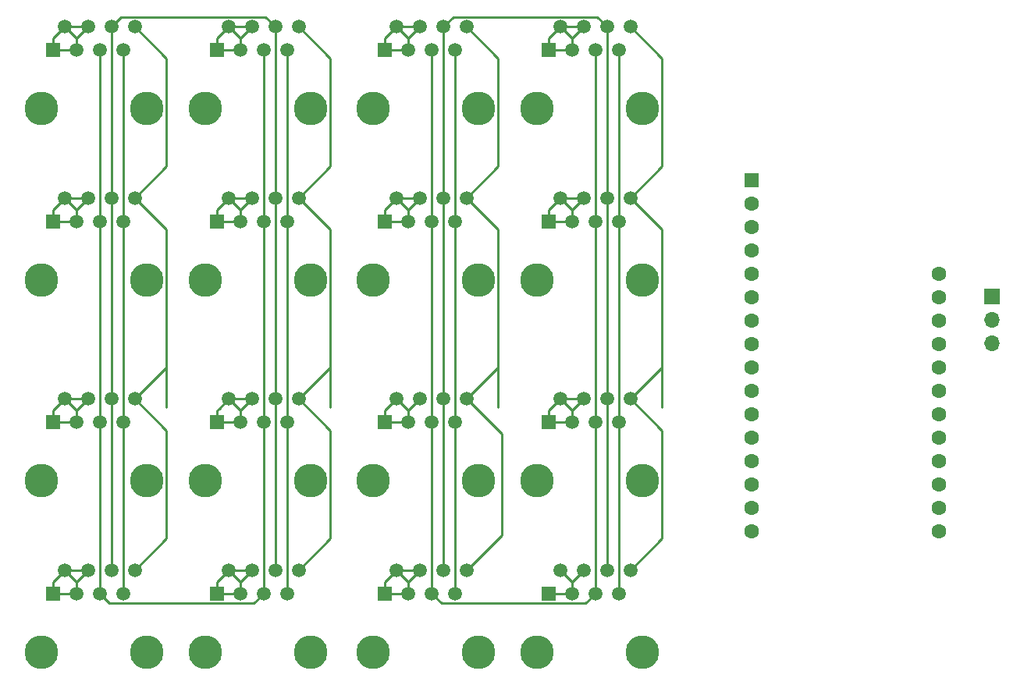
<source format=gbr>
%TF.GenerationSoftware,KiCad,Pcbnew,7.0.10*%
%TF.CreationDate,2024-02-05T14:26:27-07:00*%
%TF.ProjectId,pcbdraft-1,70636264-7261-4667-942d-312e6b696361,rev?*%
%TF.SameCoordinates,Original*%
%TF.FileFunction,Copper,L2,Bot*%
%TF.FilePolarity,Positive*%
%FSLAX46Y46*%
G04 Gerber Fmt 4.6, Leading zero omitted, Abs format (unit mm)*
G04 Created by KiCad (PCBNEW 7.0.10) date 2024-02-05 14:26:27*
%MOMM*%
%LPD*%
G01*
G04 APERTURE LIST*
%TA.AperFunction,ComponentPad*%
%ADD10R,1.700000X1.700000*%
%TD*%
%TA.AperFunction,ComponentPad*%
%ADD11O,1.700000X1.700000*%
%TD*%
%TA.AperFunction,WasherPad*%
%ADD12C,3.650000*%
%TD*%
%TA.AperFunction,ComponentPad*%
%ADD13R,1.500000X1.500000*%
%TD*%
%TA.AperFunction,ComponentPad*%
%ADD14C,1.500000*%
%TD*%
%TA.AperFunction,ComponentPad*%
%ADD15R,1.600000X1.600000*%
%TD*%
%TA.AperFunction,ComponentPad*%
%ADD16C,1.600000*%
%TD*%
%TA.AperFunction,Conductor*%
%ADD17C,0.250000*%
%TD*%
G04 APERTURE END LIST*
D10*
%TO.P,SW1,1,A*%
%TO.N,Net-(A1-EN)*%
X172720000Y-56388000D03*
D11*
%TO.P,SW1,2,B*%
%TO.N,Net-(A1-GND)*%
X172720000Y-58928000D03*
%TO.P,SW1,3,C*%
X172720000Y-61468000D03*
%TD*%
D12*
%TO.P,J14,*%
%TO.N,*%
X105603000Y-94996000D03*
X117033000Y-94996000D03*
D13*
%TO.P,J14,1*%
%TO.N,Net-(A1-SCL)*%
X106873000Y-88646000D03*
D14*
%TO.P,J14,2*%
X108143000Y-86106000D03*
%TO.P,J14,3*%
X109413000Y-88646000D03*
%TO.P,J14,4*%
X110683000Y-86106000D03*
%TO.P,J14,5*%
%TO.N,Net-(A1-TX)*%
X111953000Y-88646000D03*
%TO.P,J14,6*%
%TO.N,Net-(A1-A2)*%
X113223000Y-86106000D03*
%TO.P,J14,7*%
%TO.N,Net-(A1-SDA)*%
X114493000Y-88646000D03*
%TO.P,J14,8*%
%TO.N,Net-(A1-A3)*%
X115763000Y-86106000D03*
%TD*%
D12*
%TO.P,J3,*%
%TO.N,*%
X87386000Y-36060000D03*
X98816000Y-36060000D03*
D13*
%TO.P,J3,1*%
%TO.N,Net-(A1-MOSI)*%
X88656000Y-29710000D03*
D14*
%TO.P,J3,2*%
X89926000Y-27170000D03*
%TO.P,J3,3*%
X91196000Y-29710000D03*
%TO.P,J3,4*%
X92466000Y-27170000D03*
%TO.P,J3,5*%
%TO.N,Net-(A1-MISO)*%
X93736000Y-29710000D03*
%TO.P,J3,6*%
%TO.N,Net-(A1-A0)*%
X95006000Y-27170000D03*
%TO.P,J3,7*%
%TO.N,Net-(A1-RX)*%
X96276000Y-29710000D03*
%TO.P,J3,8*%
%TO.N,Net-(A1-A1)*%
X97546000Y-27170000D03*
%TD*%
D15*
%TO.P,A1,1,~{RESET}*%
%TO.N,unconnected-(A1-~{RESET}-Pad1)*%
X146685000Y-43815000D03*
D16*
%TO.P,A1,2,3V3*%
%TO.N,unconnected-(A1-3V3-Pad2)*%
X146685000Y-46355000D03*
%TO.P,A1,3,AREF*%
%TO.N,unconnected-(A1-AREF-Pad3)*%
X146685000Y-48895000D03*
%TO.P,A1,4,GND*%
%TO.N,Net-(A1-GND)*%
X146685000Y-51435000D03*
%TO.P,A1,5,A0*%
%TO.N,Net-(A1-A0)*%
X146685000Y-53975000D03*
%TO.P,A1,6,A1*%
%TO.N,Net-(A1-A1)*%
X146685000Y-56515000D03*
%TO.P,A1,7,A2*%
%TO.N,Net-(A1-A2)*%
X146685000Y-59055000D03*
%TO.P,A1,8,A3*%
%TO.N,Net-(A1-A3)*%
X146685000Y-61595000D03*
%TO.P,A1,9,A4*%
%TO.N,Net-(A1-A4)*%
X146685000Y-64135000D03*
%TO.P,A1,10,A5*%
%TO.N,Net-(A1-A5)*%
X146685000Y-66675000D03*
%TO.P,A1,11,SCK*%
%TO.N,Net-(A1-SCK)*%
X146685000Y-69215000D03*
%TO.P,A1,12,MOSI*%
%TO.N,Net-(A1-MOSI)*%
X146685000Y-71755000D03*
%TO.P,A1,13,MISO*%
%TO.N,Net-(A1-MISO)*%
X146685000Y-74295000D03*
%TO.P,A1,14,RX*%
%TO.N,Net-(A1-RX)*%
X146685000Y-76835000D03*
%TO.P,A1,15,TX*%
%TO.N,Net-(A1-TX)*%
X146685000Y-79375000D03*
%TO.P,A1,16,SPARE*%
%TO.N,unconnected-(A1-SPARE-Pad16)*%
X146685000Y-81915000D03*
%TO.P,A1,17,SDA*%
%TO.N,Net-(A1-SDA)*%
X167005000Y-81915000D03*
%TO.P,A1,18,SCL*%
%TO.N,Net-(A1-SCL)*%
X167005000Y-79375000D03*
%TO.P,A1,19,D0*%
%TO.N,Net-(A1-D0)*%
X167005000Y-76835000D03*
%TO.P,A1,20,D1*%
%TO.N,Net-(A1-D1)*%
X167005000Y-74295000D03*
%TO.P,A1,21,D2*%
%TO.N,Net-(A1-D2)*%
X167005000Y-71755000D03*
%TO.P,A1,22,D3*%
%TO.N,unconnected-(A1-D3-Pad22)*%
X167005000Y-69215000D03*
%TO.P,A1,23,D4*%
%TO.N,unconnected-(A1-D4-Pad23)*%
X167005000Y-66675000D03*
%TO.P,A1,24,D5*%
%TO.N,unconnected-(A1-D5-Pad24)*%
X167005000Y-64135000D03*
%TO.P,A1,25,D6*%
%TO.N,unconnected-(A1-D6-Pad25)*%
X167005000Y-61595000D03*
%TO.P,A1,26,USB*%
%TO.N,unconnected-(A1-USB-Pad26)*%
X167005000Y-59055000D03*
%TO.P,A1,27,EN*%
%TO.N,Net-(A1-EN)*%
X167005000Y-56515000D03*
%TO.P,A1,28,VBAT*%
%TO.N,unconnected-(A1-VBAT-Pad28)*%
X167005000Y-53975000D03*
%TD*%
D12*
%TO.P,J16,*%
%TO.N,*%
X123378000Y-94996000D03*
X134808000Y-94996000D03*
D13*
%TO.P,J16,1*%
%TO.N,Net-(A1-SCL)*%
X124648000Y-88646000D03*
D14*
%TO.P,J16,2*%
X125918000Y-86106000D03*
%TO.P,J16,3*%
X127188000Y-88646000D03*
%TO.P,J16,4*%
X128458000Y-86106000D03*
%TO.P,J16,5*%
%TO.N,Net-(A1-TX)*%
X129728000Y-88646000D03*
%TO.P,J16,6*%
%TO.N,Net-(A1-A2)*%
X130998000Y-86106000D03*
%TO.P,J16,7*%
%TO.N,Net-(A1-SDA)*%
X132268000Y-88646000D03*
%TO.P,J16,8*%
%TO.N,Net-(A1-A3)*%
X133538000Y-86106000D03*
%TD*%
D12*
%TO.P,J6,*%
%TO.N,*%
X105603000Y-54610000D03*
X117033000Y-54610000D03*
D13*
%TO.P,J6,1*%
%TO.N,Net-(A1-A4)*%
X106873000Y-48260000D03*
D14*
%TO.P,J6,2*%
X108143000Y-45720000D03*
%TO.P,J6,3*%
X109413000Y-48260000D03*
%TO.P,J6,4*%
X110683000Y-45720000D03*
%TO.P,J6,5*%
%TO.N,Net-(A1-TX)*%
X111953000Y-48260000D03*
%TO.P,J6,6*%
%TO.N,Net-(A1-A2)*%
X113223000Y-45720000D03*
%TO.P,J6,7*%
%TO.N,Net-(A1-SDA)*%
X114493000Y-48260000D03*
%TO.P,J6,8*%
%TO.N,Net-(A1-A3)*%
X115763000Y-45720000D03*
%TD*%
D12*
%TO.P,J11,*%
%TO.N,*%
X87386000Y-76446000D03*
X98816000Y-76446000D03*
D13*
%TO.P,J11,1*%
%TO.N,Net-(A1-D2)*%
X88656000Y-70096000D03*
D14*
%TO.P,J11,2*%
X89926000Y-67556000D03*
%TO.P,J11,3*%
X91196000Y-70096000D03*
%TO.P,J11,4*%
X92466000Y-67556000D03*
%TO.P,J11,5*%
%TO.N,Net-(A1-MISO)*%
X93736000Y-70096000D03*
%TO.P,J11,6*%
%TO.N,Net-(A1-A0)*%
X95006000Y-67556000D03*
%TO.P,J11,7*%
%TO.N,Net-(A1-RX)*%
X96276000Y-70096000D03*
%TO.P,J11,8*%
%TO.N,Net-(A1-A1)*%
X97546000Y-67556000D03*
%TD*%
D12*
%TO.P,J7,*%
%TO.N,*%
X87386000Y-54610000D03*
X98816000Y-54610000D03*
D13*
%TO.P,J7,1*%
%TO.N,Net-(A1-SCK)*%
X88656000Y-48260000D03*
D14*
%TO.P,J7,2*%
X89926000Y-45720000D03*
%TO.P,J7,3*%
X91196000Y-48260000D03*
%TO.P,J7,4*%
X92466000Y-45720000D03*
%TO.P,J7,5*%
%TO.N,Net-(A1-MISO)*%
X93736000Y-48260000D03*
%TO.P,J7,6*%
%TO.N,Net-(A1-A0)*%
X95006000Y-45720000D03*
%TO.P,J7,7*%
%TO.N,Net-(A1-RX)*%
X96276000Y-48260000D03*
%TO.P,J7,8*%
%TO.N,Net-(A1-A1)*%
X97546000Y-45720000D03*
%TD*%
D12*
%TO.P,J2,*%
%TO.N,*%
X105603000Y-36060000D03*
X117033000Y-36060000D03*
D13*
%TO.P,J2,1*%
%TO.N,Net-(A1-A5)*%
X106873000Y-29710000D03*
D14*
%TO.P,J2,2*%
X108143000Y-27170000D03*
%TO.P,J2,3*%
X109413000Y-29710000D03*
%TO.P,J2,4*%
X110683000Y-27170000D03*
%TO.P,J2,5*%
%TO.N,Net-(A1-TX)*%
X111953000Y-29710000D03*
%TO.P,J2,6*%
%TO.N,Net-(A1-A2)*%
X113223000Y-27170000D03*
%TO.P,J2,7*%
%TO.N,Net-(A1-SDA)*%
X114493000Y-29710000D03*
%TO.P,J2,8*%
%TO.N,Net-(A1-A3)*%
X115763000Y-27170000D03*
%TD*%
D12*
%TO.P,J5,*%
%TO.N,*%
X69611000Y-54610000D03*
X81041000Y-54610000D03*
D13*
%TO.P,J5,1*%
%TO.N,Net-(A1-SCK)*%
X70881000Y-48260000D03*
D14*
%TO.P,J5,2*%
X72151000Y-45720000D03*
%TO.P,J5,3*%
X73421000Y-48260000D03*
%TO.P,J5,4*%
X74691000Y-45720000D03*
%TO.P,J5,5*%
%TO.N,Net-(A1-MISO)*%
X75961000Y-48260000D03*
%TO.P,J5,6*%
%TO.N,Net-(A1-A0)*%
X77231000Y-45720000D03*
%TO.P,J5,7*%
%TO.N,Net-(A1-RX)*%
X78501000Y-48260000D03*
%TO.P,J5,8*%
%TO.N,Net-(A1-A1)*%
X79771000Y-45720000D03*
%TD*%
D12*
%TO.P,J9,*%
%TO.N,*%
X69611000Y-76446000D03*
X81041000Y-76446000D03*
D13*
%TO.P,J9,1*%
%TO.N,Net-(A1-D2)*%
X70881000Y-70096000D03*
D14*
%TO.P,J9,2*%
X72151000Y-67556000D03*
%TO.P,J9,3*%
X73421000Y-70096000D03*
%TO.P,J9,4*%
X74691000Y-67556000D03*
%TO.P,J9,5*%
%TO.N,Net-(A1-MISO)*%
X75961000Y-70096000D03*
%TO.P,J9,6*%
%TO.N,Net-(A1-A0)*%
X77231000Y-67556000D03*
%TO.P,J9,7*%
%TO.N,Net-(A1-RX)*%
X78501000Y-70096000D03*
%TO.P,J9,8*%
%TO.N,Net-(A1-A1)*%
X79771000Y-67556000D03*
%TD*%
D12*
%TO.P,J10,*%
%TO.N,*%
X105603000Y-76446000D03*
X117033000Y-76446000D03*
D13*
%TO.P,J10,1*%
%TO.N,Net-(A1-D0)*%
X106873000Y-70096000D03*
D14*
%TO.P,J10,2*%
X108143000Y-67556000D03*
%TO.P,J10,3*%
X109413000Y-70096000D03*
%TO.P,J10,4*%
X110683000Y-67556000D03*
%TO.P,J10,5*%
%TO.N,Net-(A1-TX)*%
X111953000Y-70096000D03*
%TO.P,J10,6*%
%TO.N,Net-(A1-A2)*%
X113223000Y-67556000D03*
%TO.P,J10,7*%
%TO.N,Net-(A1-SDA)*%
X114493000Y-70096000D03*
%TO.P,J10,8*%
%TO.N,Net-(A1-A3)*%
X115763000Y-67556000D03*
%TD*%
D12*
%TO.P,J12,*%
%TO.N,*%
X123378000Y-76446000D03*
X134808000Y-76446000D03*
D13*
%TO.P,J12,1*%
%TO.N,Net-(A1-D0)*%
X124648000Y-70096000D03*
D14*
%TO.P,J12,2*%
X125918000Y-67556000D03*
%TO.P,J12,3*%
X127188000Y-70096000D03*
%TO.P,J12,4*%
X128458000Y-67556000D03*
%TO.P,J12,5*%
%TO.N,Net-(A1-TX)*%
X129728000Y-70096000D03*
%TO.P,J12,6*%
%TO.N,Net-(A1-A2)*%
X130998000Y-67556000D03*
%TO.P,J12,7*%
%TO.N,Net-(A1-SDA)*%
X132268000Y-70096000D03*
%TO.P,J12,8*%
%TO.N,Net-(A1-A3)*%
X133538000Y-67556000D03*
%TD*%
D12*
%TO.P,J8,*%
%TO.N,*%
X123378000Y-54610000D03*
X134808000Y-54610000D03*
D13*
%TO.P,J8,1*%
%TO.N,Net-(A1-A4)*%
X124648000Y-48260000D03*
D14*
%TO.P,J8,2*%
X125918000Y-45720000D03*
%TO.P,J8,3*%
X127188000Y-48260000D03*
%TO.P,J8,4*%
X128458000Y-45720000D03*
%TO.P,J8,5*%
%TO.N,Net-(A1-TX)*%
X129728000Y-48260000D03*
%TO.P,J8,6*%
%TO.N,Net-(A1-A2)*%
X130998000Y-45720000D03*
%TO.P,J8,7*%
%TO.N,Net-(A1-SDA)*%
X132268000Y-48260000D03*
%TO.P,J8,8*%
%TO.N,Net-(A1-A3)*%
X133538000Y-45720000D03*
%TD*%
D12*
%TO.P,J1,*%
%TO.N,*%
X69611000Y-36060000D03*
X81041000Y-36060000D03*
D13*
%TO.P,J1,1*%
%TO.N,Net-(A1-MOSI)*%
X70881000Y-29710000D03*
D14*
%TO.P,J1,2*%
X72151000Y-27170000D03*
%TO.P,J1,3*%
X73421000Y-29710000D03*
%TO.P,J1,4*%
X74691000Y-27170000D03*
%TO.P,J1,5*%
%TO.N,Net-(A1-MISO)*%
X75961000Y-29710000D03*
%TO.P,J1,6*%
%TO.N,Net-(A1-A0)*%
X77231000Y-27170000D03*
%TO.P,J1,7*%
%TO.N,Net-(A1-RX)*%
X78501000Y-29710000D03*
%TO.P,J1,8*%
%TO.N,Net-(A1-A1)*%
X79771000Y-27170000D03*
%TD*%
D12*
%TO.P,J15,*%
%TO.N,*%
X87386000Y-94996000D03*
X98816000Y-94996000D03*
D13*
%TO.P,J15,1*%
%TO.N,Net-(A1-D1)*%
X88656000Y-88646000D03*
D14*
%TO.P,J15,2*%
X89926000Y-86106000D03*
%TO.P,J15,3*%
X91196000Y-88646000D03*
%TO.P,J15,4*%
X92466000Y-86106000D03*
%TO.P,J15,5*%
%TO.N,Net-(A1-MISO)*%
X93736000Y-88646000D03*
%TO.P,J15,6*%
%TO.N,Net-(A1-A0)*%
X95006000Y-86106000D03*
%TO.P,J15,7*%
%TO.N,Net-(A1-RX)*%
X96276000Y-88646000D03*
%TO.P,J15,8*%
%TO.N,Net-(A1-A1)*%
X97546000Y-86106000D03*
%TD*%
D12*
%TO.P,J13,*%
%TO.N,*%
X69611000Y-94996000D03*
X81041000Y-94996000D03*
D13*
%TO.P,J13,1*%
%TO.N,Net-(A1-D1)*%
X70881000Y-88646000D03*
D14*
%TO.P,J13,2*%
X72151000Y-86106000D03*
%TO.P,J13,3*%
X73421000Y-88646000D03*
%TO.P,J13,4*%
X74691000Y-86106000D03*
%TO.P,J13,5*%
%TO.N,Net-(A1-MISO)*%
X75961000Y-88646000D03*
%TO.P,J13,6*%
%TO.N,Net-(A1-A0)*%
X77231000Y-86106000D03*
%TO.P,J13,7*%
%TO.N,Net-(A1-RX)*%
X78501000Y-88646000D03*
%TO.P,J13,8*%
%TO.N,Net-(A1-A1)*%
X79771000Y-86106000D03*
%TD*%
D12*
%TO.P,J4,*%
%TO.N,*%
X123378000Y-36060000D03*
X134808000Y-36060000D03*
D13*
%TO.P,J4,1*%
%TO.N,Net-(A1-A5)*%
X124648000Y-29710000D03*
D14*
%TO.P,J4,2*%
X125918000Y-27170000D03*
%TO.P,J4,3*%
X127188000Y-29710000D03*
%TO.P,J4,4*%
X128458000Y-27170000D03*
%TO.P,J4,5*%
%TO.N,Net-(A1-TX)*%
X129728000Y-29710000D03*
%TO.P,J4,6*%
%TO.N,Net-(A1-A2)*%
X130998000Y-27170000D03*
%TO.P,J4,7*%
%TO.N,Net-(A1-SDA)*%
X132268000Y-29710000D03*
%TO.P,J4,8*%
%TO.N,Net-(A1-A3)*%
X133538000Y-27170000D03*
%TD*%
D17*
%TO.N,Net-(A1-A0)*%
X77231000Y-67556000D02*
X77231000Y-86106000D01*
X95006000Y-27170000D02*
X95006000Y-45720000D01*
X78306000Y-26095000D02*
X77231000Y-27170000D01*
X77231000Y-45720000D02*
X77231000Y-71866000D01*
X95006000Y-27170000D02*
X93931000Y-26095000D01*
X95006000Y-86106000D02*
X95006000Y-67556000D01*
X77231000Y-27170000D02*
X77231000Y-45720000D01*
X95006000Y-45720000D02*
X95006000Y-71866000D01*
X93931000Y-26095000D02*
X78306000Y-26095000D01*
%TO.N,Net-(A1-A1)*%
X97546000Y-27170000D02*
X100966000Y-30590000D01*
X79771000Y-45720000D02*
X83191000Y-49140000D01*
X100966000Y-70976000D02*
X100966000Y-82686000D01*
X97546000Y-45720000D02*
X100966000Y-49140000D01*
X83191000Y-70976000D02*
X83191000Y-82686000D01*
X83191000Y-82686000D02*
X79771000Y-86106000D01*
X79771000Y-27170000D02*
X83191000Y-30590000D01*
X83191000Y-30590000D02*
X83191000Y-42300000D01*
X100966000Y-42300000D02*
X97546000Y-45720000D01*
X79771000Y-67556000D02*
X83191000Y-70976000D01*
X97546000Y-67556000D02*
X100966000Y-70976000D01*
X83191000Y-64136000D02*
X79771000Y-67556000D01*
X100966000Y-64136000D02*
X97546000Y-67556000D01*
X100966000Y-82686000D02*
X97546000Y-86106000D01*
X83191000Y-49140000D02*
X83191000Y-68446000D01*
X100966000Y-30590000D02*
X100966000Y-42300000D01*
X83191000Y-42300000D02*
X79771000Y-45720000D01*
X100966000Y-49140000D02*
X100966000Y-68446000D01*
%TO.N,Net-(A1-A2)*%
X130998000Y-67556000D02*
X130998000Y-86106000D01*
X113223000Y-67556000D02*
X113223000Y-86106000D01*
X130998000Y-71866000D02*
X130998000Y-45720000D01*
X113223000Y-71866000D02*
X113223000Y-45720000D01*
X130998000Y-27170000D02*
X129923000Y-26095000D01*
X114298000Y-26095000D02*
X113223000Y-27170000D01*
X113223000Y-27170000D02*
X113223000Y-45720000D01*
X129923000Y-26095000D02*
X114298000Y-26095000D01*
X130998000Y-27170000D02*
X130998000Y-45720000D01*
%TO.N,Net-(A1-A3)*%
X136958000Y-30590000D02*
X133538000Y-27170000D01*
X119568000Y-71361000D02*
X119568000Y-82301000D01*
X133538000Y-45720000D02*
X136958000Y-49140000D01*
X136958000Y-64136000D02*
X133538000Y-67556000D01*
X136958000Y-70976000D02*
X136958000Y-82686000D01*
X133538000Y-45720000D02*
X136958000Y-42300000D01*
X136958000Y-82686000D02*
X133538000Y-86106000D01*
X119183000Y-30590000D02*
X119183000Y-42300000D01*
X119568000Y-82301000D02*
X115763000Y-86106000D01*
X119183000Y-49140000D02*
X119183000Y-68446000D01*
X136958000Y-49140000D02*
X136958000Y-68446000D01*
X115763000Y-67556000D02*
X119568000Y-71361000D01*
X133538000Y-67556000D02*
X136958000Y-70976000D01*
X119183000Y-64136000D02*
X115763000Y-67556000D01*
X136958000Y-42300000D02*
X136958000Y-30590000D01*
X119183000Y-42300000D02*
X115763000Y-45720000D01*
X115763000Y-45720000D02*
X119183000Y-49140000D01*
X115763000Y-27170000D02*
X119183000Y-30590000D01*
%TO.N,Net-(A1-A4)*%
X109413000Y-48260000D02*
X106873000Y-48260000D01*
X109413000Y-48260000D02*
X109413000Y-46990000D01*
X108143000Y-45720000D02*
X110683000Y-45720000D01*
X124648000Y-46990000D02*
X125918000Y-45720000D01*
X124648000Y-48260000D02*
X124648000Y-46990000D01*
X124648000Y-48260000D02*
X127188000Y-48260000D01*
X106873000Y-48260000D02*
X106873000Y-46990000D01*
X128458000Y-45720000D02*
X125918000Y-45720000D01*
X127188000Y-46990000D02*
X128458000Y-45720000D01*
X109413000Y-46990000D02*
X110683000Y-45720000D01*
X127188000Y-46990000D02*
X125918000Y-45720000D01*
X106873000Y-46990000D02*
X108143000Y-45720000D01*
X109413000Y-46990000D02*
X108143000Y-45720000D01*
X127188000Y-48260000D02*
X127188000Y-46990000D01*
%TO.N,Net-(A1-A5)*%
X109413000Y-28440000D02*
X110683000Y-27170000D01*
X106873000Y-29710000D02*
X109413000Y-29710000D01*
X127188000Y-29710000D02*
X127188000Y-28440000D01*
X124648000Y-28440000D02*
X125918000Y-27170000D01*
X109413000Y-28440000D02*
X108143000Y-27170000D01*
X108143000Y-27170000D02*
X110683000Y-27170000D01*
X125918000Y-27170000D02*
X128458000Y-27170000D01*
X106873000Y-28440000D02*
X108143000Y-27170000D01*
X124648000Y-29710000D02*
X124648000Y-28440000D01*
X127188000Y-29710000D02*
X124648000Y-29710000D01*
X127188000Y-28440000D02*
X125918000Y-27170000D01*
X127188000Y-28440000D02*
X128458000Y-27170000D01*
X109413000Y-29710000D02*
X109413000Y-28440000D01*
X106873000Y-29710000D02*
X106873000Y-28440000D01*
%TO.N,Net-(A1-SCK)*%
X73421000Y-46990000D02*
X72151000Y-45720000D01*
X89926000Y-45720000D02*
X92466000Y-45720000D01*
X70881000Y-48260000D02*
X70881000Y-46990000D01*
X73421000Y-48260000D02*
X73421000Y-46990000D01*
X74691000Y-45720000D02*
X72151000Y-45720000D01*
X73421000Y-48260000D02*
X70881000Y-48260000D01*
X88656000Y-46990000D02*
X88656000Y-48260000D01*
X91196000Y-46990000D02*
X89926000Y-45720000D01*
X91196000Y-48260000D02*
X88656000Y-48260000D01*
X73421000Y-46990000D02*
X74691000Y-45720000D01*
X89926000Y-45720000D02*
X88656000Y-46990000D01*
X70881000Y-46990000D02*
X72151000Y-45720000D01*
X91196000Y-46990000D02*
X92466000Y-45720000D01*
X91196000Y-48260000D02*
X91196000Y-46990000D01*
%TO.N,Net-(A1-MOSI)*%
X88656000Y-29710000D02*
X88656000Y-28440000D01*
X88656000Y-29710000D02*
X91196000Y-29710000D01*
X70881000Y-28440000D02*
X72151000Y-27170000D01*
X92466000Y-27170000D02*
X89926000Y-27170000D01*
X88656000Y-28440000D02*
X89926000Y-27170000D01*
X73421000Y-28440000D02*
X72151000Y-27170000D01*
X73421000Y-29710000D02*
X73421000Y-28440000D01*
X73421000Y-28440000D02*
X74691000Y-27170000D01*
X91196000Y-28440000D02*
X92466000Y-27170000D01*
X73421000Y-29710000D02*
X70881000Y-29710000D01*
X91196000Y-29710000D02*
X91196000Y-28440000D01*
X72151000Y-27170000D02*
X74691000Y-27170000D01*
X91196000Y-28440000D02*
X89926000Y-27170000D01*
X70881000Y-29710000D02*
X70881000Y-28440000D01*
%TO.N,Net-(A1-MISO)*%
X75961000Y-70096000D02*
X75961000Y-88646000D01*
X92661000Y-89721000D02*
X77036000Y-89721000D01*
X93736000Y-70096000D02*
X93736000Y-88646000D01*
X75961000Y-48260000D02*
X75961000Y-74406000D01*
X93736000Y-29710000D02*
X93736000Y-48260000D01*
X77036000Y-89721000D02*
X75961000Y-88646000D01*
X93736000Y-88646000D02*
X92661000Y-89721000D01*
X93736000Y-74406000D02*
X93736000Y-48260000D01*
X75961000Y-29710000D02*
X75961000Y-48260000D01*
%TO.N,Net-(A1-RX)*%
X96276000Y-70096000D02*
X96276000Y-88646000D01*
X78501000Y-29710000D02*
X78501000Y-48260000D01*
X96276000Y-29710000D02*
X96276000Y-48260000D01*
X96276000Y-48260000D02*
X96276000Y-74406000D01*
X78501000Y-70096000D02*
X78501000Y-88646000D01*
X78501000Y-48260000D02*
X78501000Y-74406000D01*
%TO.N,Net-(A1-TX)*%
X113028000Y-89721000D02*
X128653000Y-89721000D01*
X128653000Y-89721000D02*
X129728000Y-88646000D01*
X111953000Y-48260000D02*
X111953000Y-74406000D01*
X111953000Y-88646000D02*
X113028000Y-89721000D01*
X111953000Y-48260000D02*
X111953000Y-29710000D01*
X129728000Y-48260000D02*
X129728000Y-74406000D01*
X111953000Y-88646000D02*
X111953000Y-70096000D01*
X129728000Y-88646000D02*
X129728000Y-70096000D01*
X129728000Y-48260000D02*
X129728000Y-29710000D01*
%TO.N,Net-(A1-SDA)*%
X132268000Y-29710000D02*
X132268000Y-48260000D01*
X114493000Y-88646000D02*
X114493000Y-70096000D01*
X132268000Y-74406000D02*
X132268000Y-48260000D01*
X132268000Y-88646000D02*
X132268000Y-70096000D01*
X114493000Y-48260000D02*
X114493000Y-74406000D01*
X114493000Y-48260000D02*
X114493000Y-29710000D01*
%TO.N,Net-(A1-SCL)*%
X109413000Y-87376000D02*
X108143000Y-86106000D01*
X106873000Y-88646000D02*
X106873000Y-87376000D01*
X109413000Y-88646000D02*
X109413000Y-87376000D01*
X127188000Y-88646000D02*
X127188000Y-87376000D01*
X106873000Y-87376000D02*
X108143000Y-86106000D01*
X127188000Y-87376000D02*
X128458000Y-86106000D01*
X109413000Y-87376000D02*
X110683000Y-86106000D01*
X124648000Y-88646000D02*
X127188000Y-88646000D01*
X110683000Y-86106000D02*
X108143000Y-86106000D01*
X127188000Y-87376000D02*
X125918000Y-86106000D01*
X106873000Y-88646000D02*
X109413000Y-88646000D01*
%TO.N,Net-(A1-D0)*%
X109413000Y-68826000D02*
X108143000Y-67556000D01*
X127188000Y-68826000D02*
X128458000Y-67556000D01*
X109413000Y-68826000D02*
X110683000Y-67556000D01*
X124648000Y-70096000D02*
X124648000Y-68826000D01*
X127188000Y-68826000D02*
X125918000Y-67556000D01*
X127188000Y-70096000D02*
X127188000Y-68826000D01*
X106873000Y-68826000D02*
X108143000Y-67556000D01*
X124648000Y-68826000D02*
X125918000Y-67556000D01*
X106873000Y-70096000D02*
X106873000Y-68826000D01*
X128458000Y-67556000D02*
X125918000Y-67556000D01*
X124648000Y-70096000D02*
X127188000Y-70096000D01*
X109413000Y-70096000D02*
X109413000Y-68826000D01*
X109413000Y-70096000D02*
X106873000Y-70096000D01*
%TO.N,Net-(A1-D1)*%
X91196000Y-88646000D02*
X88656000Y-88646000D01*
X73421000Y-87376000D02*
X74691000Y-86106000D01*
X91196000Y-87376000D02*
X91196000Y-88646000D01*
X88656000Y-87376000D02*
X89926000Y-86106000D01*
X88656000Y-88646000D02*
X88656000Y-87376000D01*
X70881000Y-88646000D02*
X70881000Y-87376000D01*
X91196000Y-87376000D02*
X92466000Y-86106000D01*
X92466000Y-86106000D02*
X89926000Y-86106000D01*
X72151000Y-86106000D02*
X73421000Y-87376000D01*
X74691000Y-86106000D02*
X72151000Y-86106000D01*
X70881000Y-87376000D02*
X72151000Y-86106000D01*
X89926000Y-86106000D02*
X91196000Y-87376000D01*
X73421000Y-88646000D02*
X70881000Y-88646000D01*
X73421000Y-87376000D02*
X73421000Y-88646000D01*
%TO.N,Net-(A1-D2)*%
X91196000Y-70096000D02*
X91196000Y-68826000D01*
X70881000Y-68826000D02*
X72151000Y-67556000D01*
X88901000Y-68581000D02*
X89926000Y-67556000D01*
X89926000Y-67556000D02*
X92466000Y-67556000D01*
X73421000Y-68826000D02*
X72151000Y-67556000D01*
X74691000Y-67556000D02*
X72151000Y-67556000D01*
X73421000Y-68826000D02*
X74691000Y-67556000D01*
X70881000Y-70096000D02*
X70881000Y-68826000D01*
X91196000Y-70096000D02*
X88656000Y-70096000D01*
X91196000Y-68826000D02*
X89926000Y-67556000D01*
X73421000Y-70096000D02*
X73421000Y-68826000D01*
X91196000Y-68826000D02*
X92466000Y-67556000D01*
X73421000Y-70096000D02*
X70881000Y-70096000D01*
X88656000Y-68826000D02*
X88901000Y-68581000D01*
X88656000Y-70096000D02*
X88656000Y-68826000D01*
%TD*%
M02*

</source>
